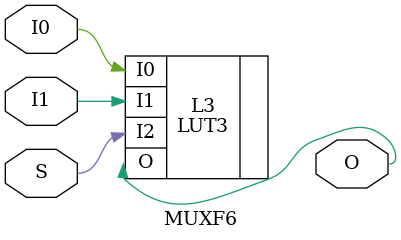
<source format=v>

`timescale  1 ps / 1 ps

module MUXF6 (O, I0, I1, S);

    output O;

    input  I0, I1, S;

LUT3 #(.INIT(8'hca)) L3 (
		 .O (O),
		 .I0 (I0),
		 .I1 (I1),
		 .I2 (S));

endmodule

</source>
